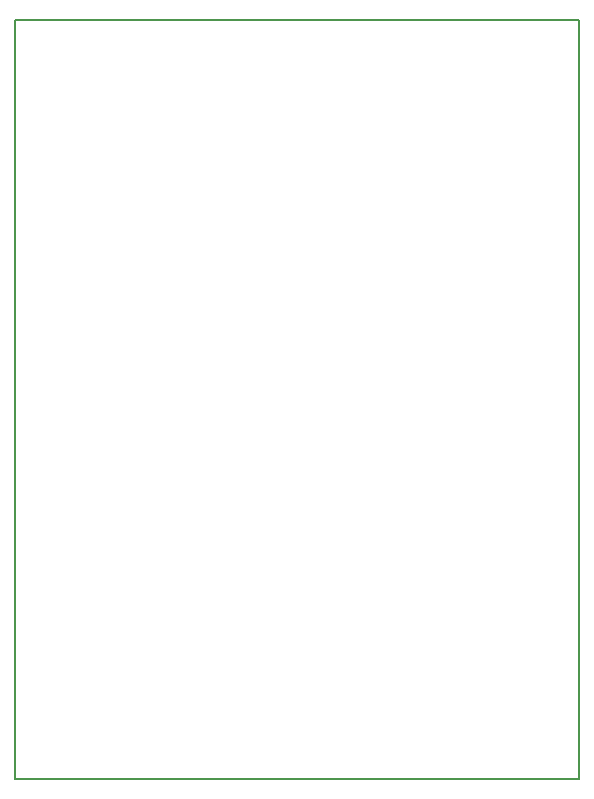
<source format=gbr>
%TF.GenerationSoftware,KiCad,Pcbnew,(6.0.9)*%
%TF.CreationDate,2022-12-06T11:09:46+01:00*%
%TF.ProjectId,Power_Board,506f7765-725f-4426-9f61-72642e6b6963,rev?*%
%TF.SameCoordinates,Original*%
%TF.FileFunction,Profile,NP*%
%FSLAX46Y46*%
G04 Gerber Fmt 4.6, Leading zero omitted, Abs format (unit mm)*
G04 Created by KiCad (PCBNEW (6.0.9)) date 2022-12-06 11:09:46*
%MOMM*%
%LPD*%
G01*
G04 APERTURE LIST*
%TA.AperFunction,Profile*%
%ADD10C,0.200000*%
%TD*%
G04 APERTURE END LIST*
D10*
X122428000Y-46228000D02*
X170180000Y-46228000D01*
X170180000Y-46228000D02*
X170180000Y-110490000D01*
X170180000Y-110490000D02*
X122428000Y-110490000D01*
X122428000Y-110490000D02*
X122428000Y-46228000D01*
M02*

</source>
